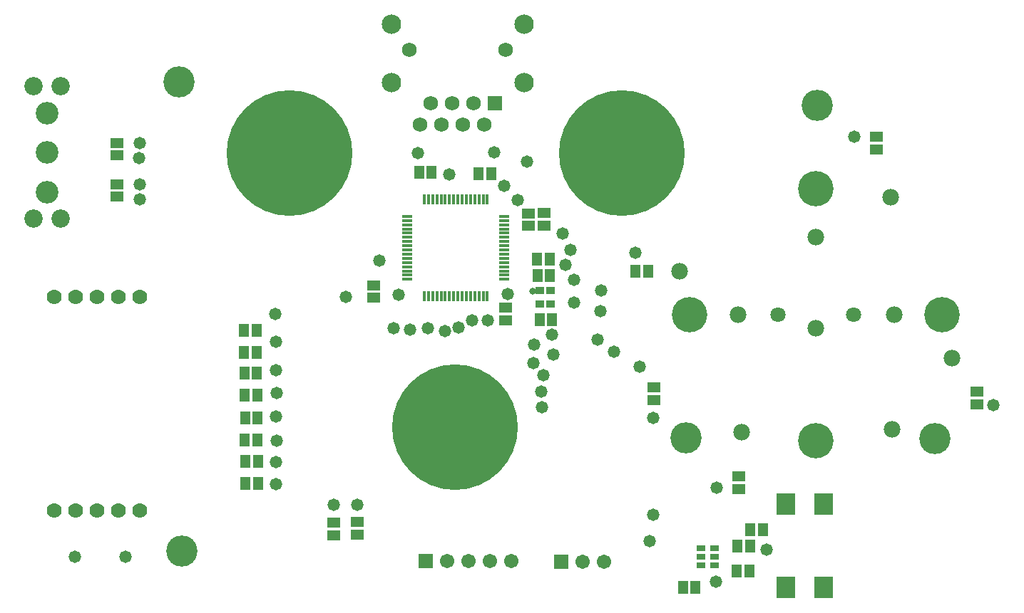
<source format=gts>
G04*
G04 #@! TF.GenerationSoftware,Altium Limited,Altium Designer,18.1.9 (240)*
G04*
G04 Layer_Color=8388736*
%FSLAX44Y44*%
%MOMM*%
G71*
G01*
G75*
%ADD20R,0.3048X1.1938*%
%ADD21R,1.1938X0.3048*%
%ADD24R,1.0532X0.6532*%
%ADD25R,1.6032X1.3032*%
%ADD26R,1.3032X1.6032*%
%ADD27R,1.0032X0.9032*%
%ADD28R,2.3032X2.6032*%
%ADD29C,1.7032*%
%ADD30R,1.7032X1.7032*%
%ADD31C,4.2032*%
%ADD32C,1.8032*%
%ADD33C,1.9812*%
%ADD34C,2.1844*%
%ADD35C,2.6924*%
%ADD36C,1.7780*%
%ADD37C,2.3032*%
%ADD38C,1.7272*%
%ADD39C,1.7532*%
%ADD40R,1.7532X1.7532*%
%ADD41C,14.9352*%
%ADD42C,3.7084*%
%ADD43C,1.4732*%
%ADD44C,0.8382*%
D20*
X684438Y380650D02*
D03*
X679438D02*
D03*
X674438D02*
D03*
X669438D02*
D03*
X664438D02*
D03*
X659438D02*
D03*
X654438D02*
D03*
X649438D02*
D03*
X644438D02*
D03*
X639438D02*
D03*
X634438D02*
D03*
X629438D02*
D03*
X624438D02*
D03*
X619438D02*
D03*
X614438D02*
D03*
X609438D02*
D03*
Y495650D02*
D03*
X614438D02*
D03*
X619438D02*
D03*
X624438D02*
D03*
X629438D02*
D03*
X634438D02*
D03*
X639438D02*
D03*
X644438D02*
D03*
X649438D02*
D03*
X654438D02*
D03*
X659438D02*
D03*
X664438D02*
D03*
X669438D02*
D03*
X674438D02*
D03*
X679438D02*
D03*
X684438D02*
D03*
D21*
X589438Y400650D02*
D03*
Y405650D02*
D03*
Y410650D02*
D03*
Y415650D02*
D03*
Y420650D02*
D03*
Y425650D02*
D03*
Y430650D02*
D03*
Y435650D02*
D03*
Y440650D02*
D03*
Y445650D02*
D03*
Y450650D02*
D03*
Y455650D02*
D03*
Y460650D02*
D03*
Y465650D02*
D03*
Y470650D02*
D03*
Y475650D02*
D03*
X704438D02*
D03*
Y470650D02*
D03*
Y465650D02*
D03*
Y460650D02*
D03*
Y455650D02*
D03*
Y450650D02*
D03*
Y445650D02*
D03*
Y440650D02*
D03*
Y435650D02*
D03*
Y430650D02*
D03*
Y425650D02*
D03*
Y420650D02*
D03*
Y415650D02*
D03*
Y410650D02*
D03*
Y405650D02*
D03*
Y400650D02*
D03*
D24*
X938022Y60612D02*
D03*
X954022D02*
D03*
Y70612D02*
D03*
Y80612D02*
D03*
X938022D02*
D03*
Y70612D02*
D03*
D25*
X530352Y111894D02*
D03*
Y96894D02*
D03*
X1146048Y555110D02*
D03*
Y570110D02*
D03*
X751840Y464820D02*
D03*
Y479820D02*
D03*
X733044Y464178D02*
D03*
Y479178D02*
D03*
X706036Y352164D02*
D03*
Y367164D02*
D03*
X502158Y96386D02*
D03*
Y111386D02*
D03*
X1265428Y252088D02*
D03*
Y267088D02*
D03*
X982726Y151504D02*
D03*
Y166504D02*
D03*
X881888Y257168D02*
D03*
Y272168D02*
D03*
X244602Y547998D02*
D03*
Y562998D02*
D03*
X244348Y513976D02*
D03*
Y498976D02*
D03*
X549148Y378580D02*
D03*
Y393580D02*
D03*
D26*
X689236Y526034D02*
D03*
X674236D02*
D03*
X743578Y424434D02*
D03*
X758578D02*
D03*
X743905Y404876D02*
D03*
X758905D02*
D03*
X618370Y528320D02*
D03*
X603370D02*
D03*
X746372Y352552D02*
D03*
X761372D02*
D03*
X996816Y103124D02*
D03*
X1011816D02*
D03*
X860418Y410210D02*
D03*
X875418D02*
D03*
X996322Y83312D02*
D03*
X981322D02*
D03*
X995560Y53594D02*
D03*
X980560D02*
D03*
X397122Y158242D02*
D03*
X412122D02*
D03*
X397122Y183896D02*
D03*
X412122D02*
D03*
X396360Y262890D02*
D03*
X411360D02*
D03*
X395852Y289560D02*
D03*
X410852D02*
D03*
X410598Y314198D02*
D03*
X395598D02*
D03*
X410344Y339852D02*
D03*
X395344D02*
D03*
X411360Y209804D02*
D03*
X396360D02*
D03*
X411614Y236220D02*
D03*
X396614D02*
D03*
X931552Y34290D02*
D03*
X916552D02*
D03*
D27*
X759260Y387604D02*
D03*
X746760D02*
D03*
Y371104D02*
D03*
X759260D02*
D03*
D28*
X1038710Y34290D02*
D03*
Y133290D02*
D03*
X1083710D02*
D03*
Y34290D02*
D03*
D29*
X822706Y65278D02*
D03*
X797306D02*
D03*
X712724Y65786D02*
D03*
X687324D02*
D03*
X661924D02*
D03*
X636524D02*
D03*
D30*
X771906Y65278D02*
D03*
X611124Y65786D02*
D03*
D31*
X1074632Y208648D02*
D03*
Y508648D02*
D03*
X924632Y358648D02*
D03*
X1224632D02*
D03*
D32*
X1029632D02*
D03*
X1119632D02*
D03*
D33*
X1074632Y342948D02*
D03*
X982032Y358648D02*
D03*
X1167232D02*
D03*
X1074632Y451248D02*
D03*
X1163332Y498348D02*
D03*
X1236232Y306648D02*
D03*
X1165332Y221948D02*
D03*
X985932Y218948D02*
D03*
X913032Y410648D02*
D03*
D34*
X177444Y472684D02*
D03*
X145644D02*
D03*
X145644Y630184D02*
D03*
X177444Y630184D02*
D03*
D35*
X161544Y504434D02*
D03*
Y598434D02*
D03*
Y551434D02*
D03*
D36*
X271780Y379476D02*
D03*
X246380D02*
D03*
X220980D02*
D03*
X195580D02*
D03*
X170180D02*
D03*
Y125476D02*
D03*
X195580D02*
D03*
X220980D02*
D03*
X246380D02*
D03*
X271780D02*
D03*
D37*
X727964Y704342D02*
D03*
X570484Y635000D02*
D03*
X727964D02*
D03*
X570484Y704342D02*
D03*
D38*
X706374Y673862D02*
D03*
X592074D02*
D03*
D39*
X642874Y610362D02*
D03*
X617474D02*
D03*
X668274D02*
D03*
X680974Y584962D02*
D03*
X655574D02*
D03*
X604774D02*
D03*
X630174D02*
D03*
D40*
X693674Y610362D02*
D03*
D41*
X843788Y551180D02*
D03*
X449834D02*
D03*
X646176Y224536D02*
D03*
D42*
X1076198Y607822D02*
D03*
X1215898Y211582D02*
D03*
X318516Y635254D02*
D03*
X919869Y212344D02*
D03*
X321310Y77724D02*
D03*
D43*
X255016Y71120D02*
D03*
X194564D02*
D03*
X787654Y399888D02*
D03*
X787400Y372784D02*
D03*
X819404Y387858D02*
D03*
X708406Y383032D02*
D03*
X665988Y351536D02*
D03*
X650494Y343662D02*
D03*
X634238Y339598D02*
D03*
X739140Y301279D02*
D03*
X739902Y322834D02*
D03*
X761380Y334772D02*
D03*
X762762Y311658D02*
D03*
X750615Y286766D02*
D03*
X748493Y267462D02*
D03*
X749300Y248666D02*
D03*
X573024Y342504D02*
D03*
X516636Y379730D02*
D03*
X692912Y551942D02*
D03*
X602234Y550672D02*
D03*
X433578Y292862D02*
D03*
X433324Y326644D02*
D03*
X432308Y359918D02*
D03*
X434340Y265176D02*
D03*
X433832Y237490D02*
D03*
X434086Y209042D02*
D03*
X433324Y183642D02*
D03*
Y157480D02*
D03*
X530352Y132588D02*
D03*
X502158D02*
D03*
X271780Y495554D02*
D03*
X271272Y545338D02*
D03*
X731266Y540512D02*
D03*
X860298Y432054D02*
D03*
X1120140Y570230D02*
D03*
X1285240Y250952D02*
D03*
X1015746Y79502D02*
D03*
X957072Y153162D02*
D03*
X881380Y235966D02*
D03*
X815340Y329184D02*
D03*
X818896Y362712D02*
D03*
X834898Y314452D02*
D03*
X877062Y89274D02*
D03*
X881126Y120650D02*
D03*
X685038Y352044D02*
D03*
X956056Y41148D02*
D03*
X613664Y342900D02*
D03*
X592328Y341122D02*
D03*
X579374Y382778D02*
D03*
X864870Y297180D02*
D03*
X773430Y455422D02*
D03*
X638810Y525526D02*
D03*
X782828Y435610D02*
D03*
X777240Y417830D02*
D03*
X720344Y495300D02*
D03*
X704342Y511556D02*
D03*
X556514Y422656D02*
D03*
X271914Y513976D02*
D03*
X271406Y562998D02*
D03*
D44*
X738378Y386588D02*
D03*
M02*

</source>
